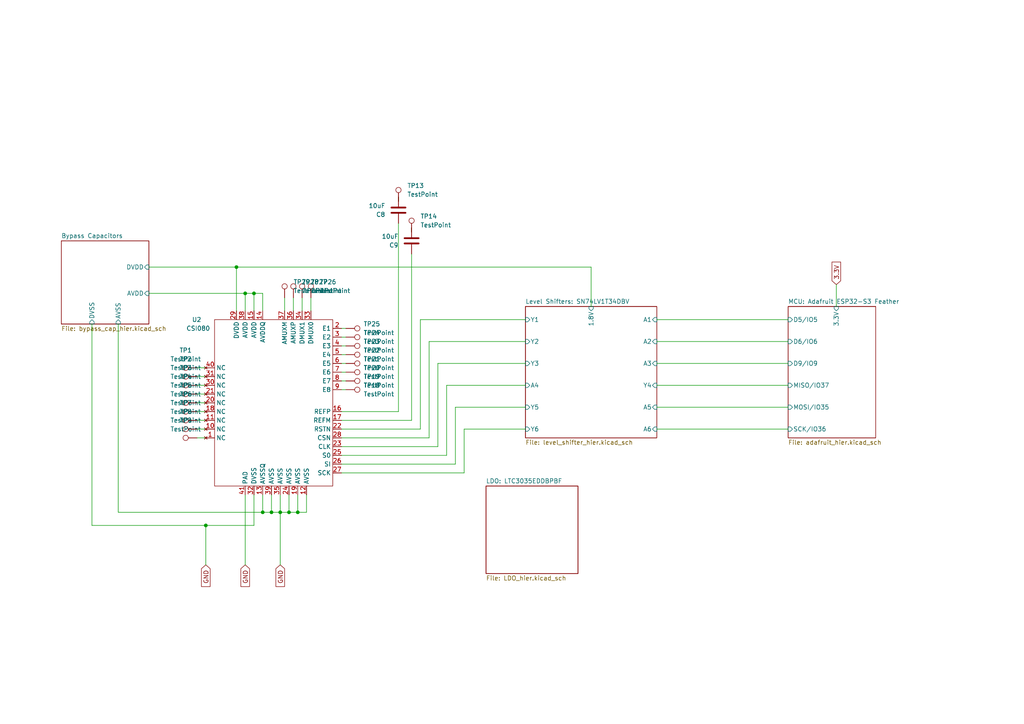
<source format=kicad_sch>
(kicad_sch (version 20231120) (generator "eeschema") (generator_version "8.0")
  (paper "A4")
  (lib_symbols
    (symbol "Connector:TestPoint" (pin_numbers hide) (pin_names (offset 0.762) hide)
      (property "Reference" "TP" (at 0 6.858 0))
      (property "Value" "TestPoint" (at 0 5.08 0))
      (symbol "TestPoint_0_1"
        (circle (center 0 3.302) (radius 0.762))
      )
      (symbol "TestPoint_1_1"
        (pin passive line (at 0 0 90) (length 2.54) (name "1") (number "1"))
      )
    )
    (symbol "Device:C" (pin_numbers hide) (pin_names (offset 0.254))
      (property "Reference" "C" (at 0.635 2.54 0))
      (property "Value" "C" (at 0.635 -2.54 0))
      (symbol "C_0_1"
        (polyline (pts (xy -2.032 -0.762) (xy 2.032 -0.762)) (stroke (width 0.508)))
        (polyline (pts (xy -2.032 0.762) (xy 2.032 0.762)) (stroke (width 0.508)))
      )
      (symbol "C_1_1"
        (pin passive line (at 0 3.81 270) (length 2.794) (name "~") (number "1"))
        (pin passive line (at 0 -3.81 90) (length 2.794) (name "~") (number "2"))
      )
    )
    (symbol "csi080:CSI080_module_sorted"
      (property "Reference" "U" (at 0 0 0))
      (property "Value" "CSI080" (at 0 -2.032 0))
      (symbol "CSI080_module_sorted_0_1"
        (rectangle (start -16.51 24.13) (end 17.78 -24.13))
      )
      (symbol "CSI080_module_sorted_1_1"
        (pin no_connect line (at 20.32 -10.16 180) (length 2.54) (name "NC") (number "1"))
        (pin no_connect line (at 20.32 -7.62 180) (length 2.54) (name "NC") (number "10"))
        (pin no_connect line (at 20.32 -5.08 180) (length 2.54) (name "NC") (number "11"))
        (pin power_in line (at -8.89 -26.67 90) (length 2.54) (name "AVSS") (number "12"))
        (pin power_in line (at 3.81 -26.67 90) (length 2.54) (name "AVSSQ") (number "13"))
        (pin power_in line (at 3.81 26.67 270) (length 2.54) (name "AVDDQ") (number "14"))
        (pin power_in line (at 6.35 26.67 270) (length 2.54) (name "AVDD") (number "15"))
        (pin power_in line (at -19.05 -2.54 0) (length 2.54) (name "REFP") (number "16"))
        (pin power_in line (at -19.05 -5.08 0) (length 2.54) (name "REFM") (number "17"))
        (pin no_connect line (at 20.32 -2.54 180) (length 2.54) (name "NC") (number "18"))
        (pin power_in line (at -6.35 -26.67 90) (length 2.54) (name "AVSS") (number "19"))
        (pin bidirectional line (at -19.05 21.59 0) (length 2.54) (name "E1") (number "2"))
        (pin no_connect line (at 20.32 0 180) (length 2.54) (name "NC") (number "20"))
        (pin no_connect line (at 20.32 2.54 180) (length 2.54) (name "NC") (number "21"))
        (pin input line (at -19.05 -7.62 0) (length 2.54) (name "RSTN") (number "22"))
        (pin input line (at -19.05 -12.7 0) (length 2.54) (name "CLK") (number "23"))
        (pin power_in line (at -3.81 -26.67 90) (length 2.54) (name "AVSS") (number "24"))
        (pin output line (at -19.05 -15.24 0) (length 2.54) (name "S0") (number "25"))
        (pin input line (at -19.05 -17.78 0) (length 2.54) (name "SI") (number "26"))
        (pin unspecified line (at -19.05 -20.32 0) (length 2.54) (name "SCK") (number "27"))
        (pin input line (at -19.05 -10.16 0) (length 2.54) (name "CSN") (number "28"))
        (pin power_in line (at 11.43 26.67 270) (length 2.54) (name "DVDD") (number "29"))
        (pin bidirectional line (at -19.05 19.05 0) (length 2.54) (name "E2") (number "3"))
        (pin no_connect line (at 20.32 5.08 180) (length 2.54) (name "NC") (number "30"))
        (pin no_connect line (at 20.32 7.62 180) (length 2.54) (name "NC") (number "31"))
        (pin power_in line (at 6.35 -26.67 90) (length 2.54) (name "DVSS") (number "32"))
        (pin output line (at -10.16 26.67 270) (length 2.54) (name "DMUX0") (number "33"))
        (pin output line (at -7.62 26.67 270) (length 2.54) (name "DMUX1") (number "34"))
        (pin power_in line (at -1.27 -26.67 90) (length 2.54) (name "AVSS") (number "35"))
        (pin output line (at -5.08 26.67 270) (length 2.54) (name "AMUXP") (number "36"))
        (pin output line (at -2.54 26.67 270) (length 2.54) (name "AMUXM") (number "37"))
        (pin power_in line (at 8.89 26.67 270) (length 2.54) (name "AVDD") (number "38"))
        (pin power_in line (at 1.27 -26.67 90) (length 2.54) (name "AVSS") (number "39"))
        (pin bidirectional line (at -19.05 16.51 0) (length 2.54) (name "E3") (number "4"))
        (pin no_connect line (at 20.32 10.16 180) (length 2.54) (name "NC") (number "40"))
        (pin power_in line (at 8.89 -26.67 90) (length 2.54) (name "PAD") (number "41"))
        (pin bidirectional line (at -19.05 13.97 0) (length 2.54) (name "E4") (number "5"))
        (pin bidirectional line (at -19.05 11.43 0) (length 2.54) (name "E5") (number "6"))
        (pin bidirectional line (at -19.05 8.89 0) (length 2.54) (name "E6") (number "7"))
        (pin bidirectional line (at -19.05 6.35 0) (length 2.54) (name "E7") (number "8"))
        (pin bidirectional line (at -19.05 3.81 0) (length 2.54) (name "E8") (number "9"))
      )
    )
  )
  (junction (at 86.36 148.59))
  (junction (at 71.12 85.09))
  (junction (at 76.2 148.59))
  (junction (at 73.66 85.09))
  (junction (at 68.58 77.47))
  (junction (at 78.74 148.59))
  (junction (at 81.28 148.59))
  (junction (at 83.82 148.59))
  (junction (at 59.69 152.4))
  (wire (pts (xy 57.15 111.76) (xy 59.69 111.76)))
  (wire (pts (xy 59.69 152.4) (xy 73.66 152.4)))
  (wire (pts (xy 119.38 67.31) (xy 119.38 66.04)))
  (wire (pts (xy 57.15 121.92) (xy 59.69 121.92)))
  (wire (pts (xy 57.15 119.38) (xy 59.69 119.38)))
  (wire (pts (xy 86.36 143.51) (xy 86.36 148.59)))
  (wire (pts (xy 190.5 99.06) (xy 228.6 99.06)))
  (wire (pts (xy 124.46 99.06) (xy 152.4 99.06)))
  (wire (pts (xy 190.5 105.41) (xy 228.6 105.41)))
  (wire (pts (xy 119.38 73.66) (xy 119.38 121.92)))
  (wire (pts (xy 99.06 129.54) (xy 127 129.54)))
  (wire (pts (xy 71.12 85.09) (xy 71.12 90.17)))
  (wire (pts (xy 57.15 116.84) (xy 59.69 116.84)))
  (wire (pts (xy 99.06 124.46) (xy 121.92 124.46)))
  (wire (pts (xy 26.67 93.98) (xy 26.67 152.4)))
  (wire (pts (xy 99.06 137.16) (xy 134.62 137.16)))
  (wire (pts (xy 129.54 132.08) (xy 129.54 111.76)))
  (wire (pts (xy 124.46 127) (xy 124.46 99.06)))
  (wire (pts (xy 88.9 143.51) (xy 88.9 148.59)))
  (wire (pts (xy 99.06 113.03) (xy 100.33 113.03)))
  (wire (pts (xy 71.12 85.09) (xy 73.66 85.09)))
  (wire (pts (xy 76.2 143.51) (xy 76.2 148.59)))
  (wire (pts (xy 68.58 77.47) (xy 68.58 90.17)))
  (wire (pts (xy 134.62 137.16) (xy 134.62 124.46)))
  (wire (pts (xy 99.06 95.25) (xy 100.33 95.25)))
  (wire (pts (xy 99.06 97.79) (xy 100.33 97.79)))
  (wire (pts (xy 134.62 124.46) (xy 152.4 124.46)))
  (wire (pts (xy 99.06 121.92) (xy 119.38 121.92)))
  (wire (pts (xy 86.36 148.59) (xy 88.9 148.59)))
  (wire (pts (xy 71.12 143.51) (xy 71.12 163.83)))
  (wire (pts (xy 57.15 109.22) (xy 59.69 109.22)))
  (wire (pts (xy 115.57 119.38) (xy 99.06 119.38)))
  (wire (pts (xy 73.66 85.09) (xy 76.2 85.09)))
  (wire (pts (xy 99.06 110.49) (xy 100.33 110.49)))
  (wire (pts (xy 99.06 100.33) (xy 100.33 100.33)))
  (wire (pts (xy 90.17 86.36) (xy 90.17 90.17)))
  (wire (pts (xy 87.63 86.36) (xy 87.63 90.17)))
  (wire (pts (xy 57.15 124.46) (xy 59.69 124.46)))
  (wire (pts (xy 99.06 105.41) (xy 100.33 105.41)))
  (wire (pts (xy 59.69 152.4) (xy 59.69 163.83)))
  (wire (pts (xy 99.06 107.95) (xy 100.33 107.95)))
  (wire (pts (xy 68.58 77.47) (xy 171.45 77.47)))
  (wire (pts (xy 132.08 118.11) (xy 152.4 118.11)))
  (wire (pts (xy 78.74 148.59) (xy 81.28 148.59)))
  (wire (pts (xy 190.5 124.46) (xy 228.6 124.46)))
  (wire (pts (xy 81.28 148.59) (xy 83.82 148.59)))
  (wire (pts (xy 190.5 118.11) (xy 228.6 118.11)))
  (wire (pts (xy 81.28 148.59) (xy 81.28 163.83)))
  (wire (pts (xy 57.15 127) (xy 59.69 127)))
  (wire (pts (xy 83.82 143.51) (xy 83.82 148.59)))
  (wire (pts (xy 127 129.54) (xy 127 105.41)))
  (wire (pts (xy 99.06 127) (xy 124.46 127)))
  (wire (pts (xy 121.92 92.71) (xy 152.4 92.71)))
  (wire (pts (xy 82.55 86.36) (xy 82.55 90.17)))
  (wire (pts (xy 34.29 93.98) (xy 34.29 148.59)))
  (wire (pts (xy 81.28 143.51) (xy 81.28 148.59)))
  (wire (pts (xy 57.15 106.68) (xy 59.69 106.68)))
  (wire (pts (xy 78.74 143.51) (xy 78.74 148.59)))
  (wire (pts (xy 127 105.41) (xy 152.4 105.41)))
  (wire (pts (xy 190.5 92.71) (xy 228.6 92.71)))
  (wire (pts (xy 99.06 102.87) (xy 100.33 102.87)))
  (wire (pts (xy 57.15 114.3) (xy 59.69 114.3)))
  (wire (pts (xy 43.18 85.09) (xy 71.12 85.09)))
  (wire (pts (xy 171.45 77.47) (xy 171.45 88.9)))
  (wire (pts (xy 99.06 132.08) (xy 129.54 132.08)))
  (wire (pts (xy 99.06 134.62) (xy 132.08 134.62)))
  (wire (pts (xy 73.66 85.09) (xy 73.66 90.17)))
  (wire (pts (xy 26.67 152.4) (xy 59.69 152.4)))
  (wire (pts (xy 76.2 148.59) (xy 78.74 148.59)))
  (wire (pts (xy 115.57 64.77) (xy 115.57 119.38)))
  (wire (pts (xy 132.08 134.62) (xy 132.08 118.11)))
  (wire (pts (xy 121.92 124.46) (xy 121.92 92.71)))
  (wire (pts (xy 129.54 111.76) (xy 152.4 111.76)))
  (wire (pts (xy 86.36 148.59) (xy 83.82 148.59)))
  (wire (pts (xy 73.66 152.4) (xy 73.66 143.51)))
  (wire (pts (xy 34.29 148.59) (xy 76.2 148.59)))
  (wire (pts (xy 115.57 58.42) (xy 115.57 57.15)))
  (wire (pts (xy 85.09 86.36) (xy 85.09 90.17)))
  (wire (pts (xy 242.57 82.55) (xy 242.57 88.9)))
  (wire (pts (xy 76.2 85.09) (xy 76.2 90.17)))
  (wire (pts (xy 190.5 111.76) (xy 228.6 111.76)))
  (wire (pts (xy 43.18 77.47) (xy 68.58 77.47)))
  (global_label "GND" (shape input) (at 71.12 163.83 270) (property "Intersheetrefs" "${INTERSHEET_REFS}" (effects (hide yes))))
  (global_label "GND" (shape input) (at 81.28 163.83 270) (property "Intersheetrefs" "${INTERSHEET_REFS}" (effects (hide yes))))
  (global_label "GND" (shape input) (at 59.69 163.83 270) (property "Intersheetrefs" "${INTERSHEET_REFS}" (effects (hide yes))))
  (global_label "3.3V" (shape input) (at 242.57 82.55 90) (property "Intersheetrefs" "${INTERSHEET_REFS}" (effects (hide yes))))
  (symbol (lib_id "Connector:TestPoint") (at 100.33 113.03 270) (unit 1)
    (property "Reference" "TP18" (at 105.41 111.7599 90) (effects (justify left)))
    (property "Value" "TestPoint" (at 105.41 114.2999 90) (effects (justify left)))
    (property "Description" "test point" (effects (hide yes)))
  )
  (symbol (lib_id "Connector:TestPoint") (at 85.09 86.36 0) (unit 1)
    (property "Reference" "TP28" (at 87.63 81.7879 0) (effects (justify left)))
    (property "Value" "TestPoint" (at 87.63 84.3279 0) (effects (justify left)))
    (property "Description" "test point" (effects (hide yes)))
  )
  (symbol (lib_id "Connector:TestPoint") (at 57.15 109.22 90) (unit 1)
    (property "Reference" "TP2" (at 53.848 104.14 90))
    (property "Value" "TestPoint" (at 53.848 106.68 90))
    (property "Description" "test point" (effects (hide yes)))
  )
  (symbol (lib_id "Connector:TestPoint") (at 57.15 116.84 90) (unit 1)
    (property "Reference" "TP5" (at 53.848 111.76 90))
    (property "Value" "TestPoint" (at 53.848 114.3 90))
    (property "Description" "test point" (effects (hide yes)))
  )
  (symbol (lib_id "Connector:TestPoint") (at 57.15 121.92 90) (unit 1)
    (property "Reference" "TP7" (at 53.848 116.84 90))
    (property "Value" "TestPoint" (at 53.848 119.38 90))
    (property "Description" "test point" (effects (hide yes)))
  )
  (symbol (lib_id "Connector:TestPoint") (at 57.15 119.38 90) (unit 1)
    (property "Reference" "TP6" (at 53.848 114.3 90))
    (property "Value" "TestPoint" (at 53.848 116.84 90))
    (property "Description" "test point" (effects (hide yes)))
  )
  (symbol (lib_id "Connector:TestPoint") (at 100.33 107.95 270) (unit 1)
    (property "Reference" "TP20" (at 105.41 106.6799 90) (effects (justify left)))
    (property "Value" "TestPoint" (at 105.41 109.2199 90) (effects (justify left)))
    (property "Description" "test point" (effects (hide yes)))
  )
  (symbol (lib_id "Connector:TestPoint") (at 119.38 67.31 0) (unit 1)
    (property "Reference" "TP14" (at 121.92 62.7379 0) (effects (justify left)))
    (property "Value" "TestPoint" (at 121.92 65.2779 0) (effects (justify left)))
    (property "Description" "test point" (effects (hide yes)))
  )
  (symbol (lib_id "Connector:TestPoint") (at 100.33 110.49 270) (unit 1)
    (property "Reference" "TP19" (at 105.41 109.2199 90) (effects (justify left)))
    (property "Value" "TestPoint" (at 105.41 111.7599 90) (effects (justify left)))
    (property "Description" "test point" (effects (hide yes)))
  )
  (symbol (lib_id "Device:C") (at 115.57 60.96 180) (unit 1)
    (property "Reference" "C8" (at 111.76 62.2301 0) (effects (justify left)))
    (property "Value" "10uF" (at 111.76 59.6901 0) (effects (justify left)))
    (property "Description" "Unpolarized capacitor" (effects (hide yes)))
  )
  (symbol (lib_id "Connector:TestPoint") (at 57.15 106.68 90) (unit 1)
    (property "Reference" "TP1" (at 53.848 101.6 90))
    (property "Value" "TestPoint" (at 53.848 104.14 90))
    (property "Description" "test point" (effects (hide yes)))
  )
  (symbol (lib_id "Connector:TestPoint") (at 57.15 111.76 90) (unit 1)
    (property "Reference" "TP3" (at 53.848 106.68 90))
    (property "Value" "TestPoint" (at 53.848 109.22 90))
    (property "Description" "test point" (effects (hide yes)))
  )
  (symbol (lib_id "Connector:TestPoint") (at 57.15 124.46 90) (unit 1)
    (property "Reference" "TP8" (at 53.848 119.38 90))
    (property "Value" "TestPoint" (at 53.848 121.92 90))
    (property "Description" "test point" (effects (hide yes)))
  )
  (symbol (lib_id "Connector:TestPoint") (at 100.33 95.25 270) (unit 1)
    (property "Reference" "TP25" (at 105.41 93.9799 90) (effects (justify left)))
    (property "Value" "TestPoint" (at 105.41 96.5199 90) (effects (justify left)))
    (property "Description" "test point" (effects (hide yes)))
  )
  (symbol (lib_id "Connector:TestPoint") (at 57.15 114.3 90) (unit 1)
    (property "Reference" "TP4" (at 53.848 109.22 90))
    (property "Value" "TestPoint" (at 53.848 111.76 90))
    (property "Description" "test point" (effects (hide yes)))
  )
  (symbol (lib_id "Connector:TestPoint") (at 87.63 86.36 0) (unit 1)
    (property "Reference" "TP27" (at 90.17 81.7879 0) (effects (justify left)))
    (property "Value" "TestPoint" (at 90.17 84.3279 0) (effects (justify left)))
    (property "Description" "test point" (effects (hide yes)))
  )
  (symbol (lib_id "Connector:TestPoint") (at 82.55 86.36 0) (unit 1)
    (property "Reference" "TP29" (at 85.09 81.7879 0) (effects (justify left)))
    (property "Value" "TestPoint" (at 85.09 84.3279 0) (effects (justify left)))
    (property "Description" "test point" (effects (hide yes)))
  )
  (symbol (lib_id "Connector:TestPoint") (at 100.33 105.41 270) (unit 1)
    (property "Reference" "TP21" (at 105.41 104.1399 90) (effects (justify left)))
    (property "Value" "TestPoint" (at 105.41 106.6799 90) (effects (justify left)))
    (property "Description" "test point" (effects (hide yes)))
  )
  (symbol (lib_id "Connector:TestPoint") (at 115.57 58.42 0) (unit 1)
    (property "Reference" "TP13" (at 118.11 53.8479 0) (effects (justify left)))
    (property "Value" "TestPoint" (at 118.11 56.3879 0) (effects (justify left)))
    (property "Description" "test point" (effects (hide yes)))
  )
  (symbol (lib_id "csi080:CSI080_module_sorted") (at 80.01 116.84 0) (mirror y) (unit 1)
    (property "Reference" "U2" (at 58.42 92.71 0) (effects (justify left)))
    (property "Value" "CSI080" (at 60.96 95.25 0) (effects (justify left)))
    (property "Footprint" "csi080:csi080a_MODULE" (effects (hide yes)))
  )
  (symbol (lib_id "Connector:TestPoint") (at 100.33 100.33 270) (unit 1)
    (property "Reference" "TP23" (at 105.41 99.0599 90) (effects (justify left)))
    (property "Value" "TestPoint" (at 105.41 101.5999 90) (effects (justify left)))
    (property "Description" "test point" (effects (hide yes)))
  )
  (symbol (lib_id "Connector:TestPoint") (at 57.15 127 90) (unit 1)
    (property "Reference" "TP9" (at 53.848 121.92 90))
    (property "Value" "TestPoint" (at 53.848 124.46 90))
    (property "Description" "test point" (effects (hide yes)))
  )
  (symbol (lib_id "Device:C") (at 119.38 69.85 180) (unit 1)
    (property "Reference" "C9" (at 115.57 71.1201 0) (effects (justify left)))
    (property "Value" "10uF" (at 115.57 68.5801 0) (effects (justify left)))
    (property "Description" "Unpolarized capacitor" (effects (hide yes)))
  )
  (symbol (lib_id "Connector:TestPoint") (at 100.33 97.79 270) (unit 1)
    (property "Reference" "TP24" (at 105.41 96.5199 90) (effects (justify left)))
    (property "Value" "TestPoint" (at 105.41 99.0599 90) (effects (justify left)))
    (property "Description" "test point" (effects (hide yes)))
  )
  (symbol (lib_id "Connector:TestPoint") (at 90.17 86.36 0) (unit 1)
    (property "Reference" "TP26" (at 92.71 81.7879 0) (effects (justify left)))
    (property "Value" "TestPoint" (at 92.71 84.3279 0) (effects (justify left)))
    (property "Description" "test point" (effects (hide yes)))
  )
  (symbol (lib_id "Connector:TestPoint") (at 100.33 102.87 270) (unit 1)
    (property "Reference" "TP22" (at 105.41 101.5999 90) (effects (justify left)))
    (property "Value" "TestPoint" (at 105.41 104.1399 90) (effects (justify left)))
    (property "Description" "test point" (effects (hide yes)))
  )
  (sheet (at 152.4 88.9) (size 38.1 38.1) (stroke (width 0.1524))
    (property "Sheetname" "Level Shifters: SN74LV1T34DBV" (at 152.4 88.1884 0) (effects (justify left bottom)))
    (property "Sheetfile" "level_shifter_hier.kicad_sch" (at 152.4 127.5846 0) (effects (justify left top)))
    (pin "A5" input (at 190.5 118.11 0))
    (pin "A6" input (at 190.5 124.46 0))
    (pin "A1" input (at 190.5 92.71 0))
    (pin "A2" input (at 190.5 99.06 0))
    (pin "A3" input (at 190.5 105.41 0))
    (pin "Y4" input (at 190.5 111.76 0))
    (pin "Y1" input (at 152.4 92.71 180))
    (pin "A4" input (at 152.4 111.76 180))
    (pin "Y5" input (at 152.4 118.11 180))
    (pin "Y3" input (at 152.4 105.41 180))
    (pin "Y6" input (at 152.4 124.46 180))
    (pin "Y2" input (at 152.4 99.06 180))
    (pin "1.8V" input (at 171.45 88.9 90))
  )
  (sheet (at 17.78 69.85) (size 25.4 24.13) (stroke (width 0.1524))
    (property "Sheetname" "Bypass Capacitors" (at 17.78 69.1384 0) (effects (justify left bottom)))
    (property "Sheetfile" "bypass_cap_hier.kicad_sch" (at 17.78 94.5646 0) (effects (justify left top)))
    (pin "DVSS" input (at 26.67 93.98 270))
    (pin "AVSS" input (at 34.29 93.98 270))
    (pin "AVDD" input (at 43.18 85.09 0))
    (pin "DVDD" input (at 43.18 77.47 0))
  )
  (sheet (at 228.6 88.9) (size 25.4 38.1) (stroke (width 0.1524))
    (property "Sheetname" "MCU: Adafruit ESP32-S3 Feather" (at 228.6 88.1884 0) (effects (justify left bottom)))
    (property "Sheetfile" "adafruit_hier.kicad_sch" (at 228.6 127.5846 0) (effects (justify left top)))
    (pin "D5{slash}IO5" input (at 228.6 92.71 180))
    (pin "D6{slash}IO6" input (at 228.6 99.06 180))
    (pin "D9{slash}IO9" input (at 228.6 105.41 180))
    (pin "MISO{slash}IO37" input (at 228.6 111.76 180))
    (pin "MOSI{slash}IO35" input (at 228.6 118.11 180))
    (pin "SCK{slash}IO36" input (at 228.6 124.46 180))
    (pin "3.3V" input (at 242.57 88.9 90))
  )
  (sheet (at 140.97 140.97) (size 26.67 25.4) (stroke (width 0.1524))
    (property "Sheetname" "LDO: LTC3035EDDBPBF" (at 140.97 140.2584 0) (effects (justify left bottom)))
    (property "Sheetfile" "LDO_hier.kicad_sch" (at 140.97 166.9546 0) (effects (justify left top)))
  )
)
</source>
